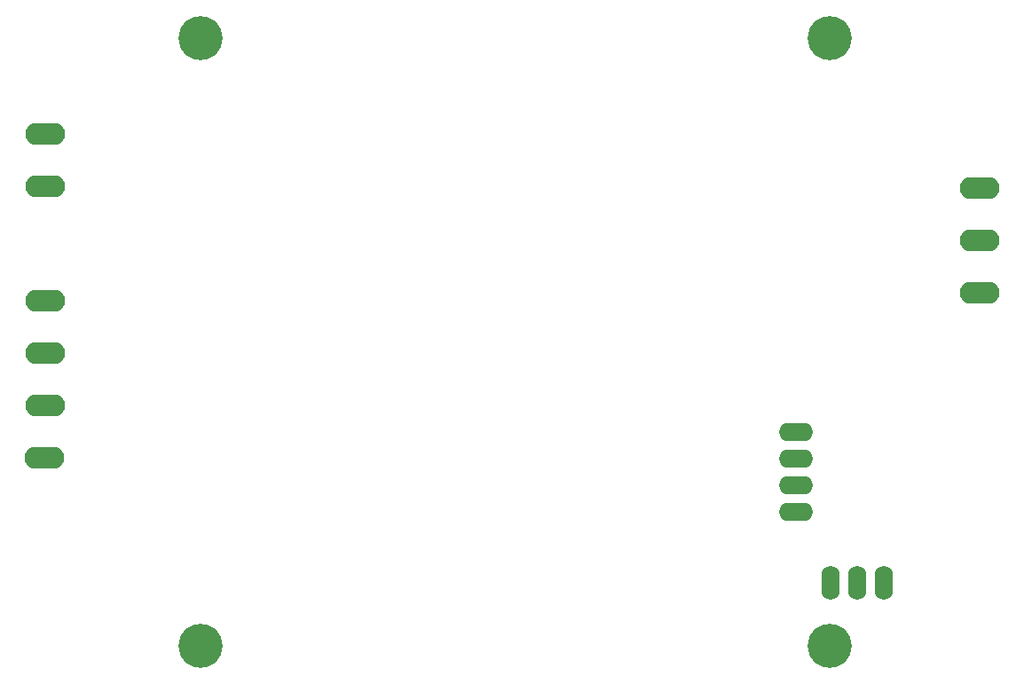
<source format=gbs>
%FSTAX44Y44*%
%MOMM*%
%SFA1B1*%

%IPPOS*%
%ADD50C,4.203192*%
%ADD51O,3.784592X2.103196*%
%ADD52O,3.251193X1.727197*%
%ADD53O,1.727197X3.251193*%
%LNcas_to_modbus-1*%
%LPD*%
G54D50*
X00209999Y00049999D03*
Y00629999D03*
X00809999Y00049999D03*
Y00629999D03*
G54D51*
X00952989Y00486879D03*
Y0043688D03*
Y00386879D03*
X00061449Y0037902D03*
Y0032902D03*
Y0027902D03*
X00060449Y00229021D03*
X00061449Y00487999D03*
Y00537999D03*
G54D52*
X00777999Y00253799D03*
Y00228399D03*
Y00202999D03*
Y00177599D03*
G54D53*
X00810599Y00109999D03*
X00835999D03*
X00861399D03*
M02*
</source>
